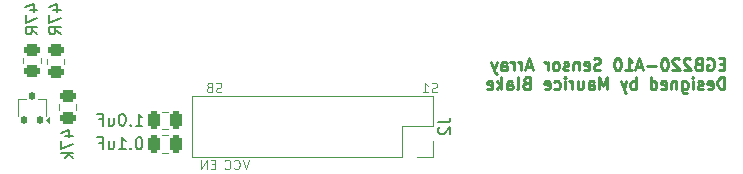
<source format=gbr>
%TF.GenerationSoftware,KiCad,Pcbnew,8.0.7*%
%TF.CreationDate,2025-03-25T18:02:39+10:00*%
%TF.ProjectId,Sensor_array,53656e73-6f72-45f6-9172-7261792e6b69,rev?*%
%TF.SameCoordinates,Original*%
%TF.FileFunction,Legend,Bot*%
%TF.FilePolarity,Positive*%
%FSLAX46Y46*%
G04 Gerber Fmt 4.6, Leading zero omitted, Abs format (unit mm)*
G04 Created by KiCad (PCBNEW 8.0.7) date 2025-03-25 18:02:39*
%MOMM*%
%LPD*%
G01*
G04 APERTURE LIST*
G04 Aperture macros list*
%AMRoundRect*
0 Rectangle with rounded corners*
0 $1 Rounding radius*
0 $2 $3 $4 $5 $6 $7 $8 $9 X,Y pos of 4 corners*
0 Add a 4 corners polygon primitive as box body*
4,1,4,$2,$3,$4,$5,$6,$7,$8,$9,$2,$3,0*
0 Add four circle primitives for the rounded corners*
1,1,$1+$1,$2,$3*
1,1,$1+$1,$4,$5*
1,1,$1+$1,$6,$7*
1,1,$1+$1,$8,$9*
0 Add four rect primitives between the rounded corners*
20,1,$1+$1,$2,$3,$4,$5,0*
20,1,$1+$1,$4,$5,$6,$7,0*
20,1,$1+$1,$6,$7,$8,$9,0*
20,1,$1+$1,$8,$9,$2,$3,0*%
G04 Aperture macros list end*
%ADD10C,0.100000*%
%ADD11C,0.250000*%
%ADD12C,0.150000*%
%ADD13C,0.120000*%
%ADD14C,2.200000*%
%ADD15RoundRect,0.250000X-0.450000X0.262500X-0.450000X-0.262500X0.450000X-0.262500X0.450000X0.262500X0*%
%ADD16RoundRect,0.250000X-0.250000X-0.475000X0.250000X-0.475000X0.250000X0.475000X-0.250000X0.475000X0*%
%ADD17RoundRect,0.112500X0.112500X0.237500X-0.112500X0.237500X-0.112500X-0.237500X0.112500X-0.237500X0*%
%ADD18R,1.700000X1.700000*%
%ADD19O,1.700000X1.700000*%
G04 APERTURE END LIST*
D10*
X134608020Y-96346895D02*
X134341353Y-97146895D01*
X134341353Y-97146895D02*
X134074687Y-96346895D01*
X133350877Y-97070704D02*
X133388973Y-97108800D01*
X133388973Y-97108800D02*
X133503258Y-97146895D01*
X133503258Y-97146895D02*
X133579449Y-97146895D01*
X133579449Y-97146895D02*
X133693735Y-97108800D01*
X133693735Y-97108800D02*
X133769925Y-97032609D01*
X133769925Y-97032609D02*
X133808020Y-96956419D01*
X133808020Y-96956419D02*
X133846116Y-96804038D01*
X133846116Y-96804038D02*
X133846116Y-96689752D01*
X133846116Y-96689752D02*
X133808020Y-96537371D01*
X133808020Y-96537371D02*
X133769925Y-96461180D01*
X133769925Y-96461180D02*
X133693735Y-96384990D01*
X133693735Y-96384990D02*
X133579449Y-96346895D01*
X133579449Y-96346895D02*
X133503258Y-96346895D01*
X133503258Y-96346895D02*
X133388973Y-96384990D01*
X133388973Y-96384990D02*
X133350877Y-96423085D01*
X132550877Y-97070704D02*
X132588973Y-97108800D01*
X132588973Y-97108800D02*
X132703258Y-97146895D01*
X132703258Y-97146895D02*
X132779449Y-97146895D01*
X132779449Y-97146895D02*
X132893735Y-97108800D01*
X132893735Y-97108800D02*
X132969925Y-97032609D01*
X132969925Y-97032609D02*
X133008020Y-96956419D01*
X133008020Y-96956419D02*
X133046116Y-96804038D01*
X133046116Y-96804038D02*
X133046116Y-96689752D01*
X133046116Y-96689752D02*
X133008020Y-96537371D01*
X133008020Y-96537371D02*
X132969925Y-96461180D01*
X132969925Y-96461180D02*
X132893735Y-96384990D01*
X132893735Y-96384990D02*
X132779449Y-96346895D01*
X132779449Y-96346895D02*
X132703258Y-96346895D01*
X132703258Y-96346895D02*
X132588973Y-96384990D01*
X132588973Y-96384990D02*
X132550877Y-96423085D01*
X131743734Y-96727847D02*
X131477068Y-96727847D01*
X131362782Y-97146895D02*
X131743734Y-97146895D01*
X131743734Y-97146895D02*
X131743734Y-96346895D01*
X131743734Y-96346895D02*
X131362782Y-96346895D01*
X131019924Y-97146895D02*
X131019924Y-96346895D01*
X131019924Y-96346895D02*
X130562781Y-97146895D01*
X130562781Y-97146895D02*
X130562781Y-96346895D01*
X132281830Y-90608800D02*
X132167544Y-90646895D01*
X132167544Y-90646895D02*
X131977068Y-90646895D01*
X131977068Y-90646895D02*
X131900877Y-90608800D01*
X131900877Y-90608800D02*
X131862782Y-90570704D01*
X131862782Y-90570704D02*
X131824687Y-90494514D01*
X131824687Y-90494514D02*
X131824687Y-90418323D01*
X131824687Y-90418323D02*
X131862782Y-90342133D01*
X131862782Y-90342133D02*
X131900877Y-90304038D01*
X131900877Y-90304038D02*
X131977068Y-90265942D01*
X131977068Y-90265942D02*
X132129449Y-90227847D01*
X132129449Y-90227847D02*
X132205639Y-90189752D01*
X132205639Y-90189752D02*
X132243734Y-90151657D01*
X132243734Y-90151657D02*
X132281830Y-90075466D01*
X132281830Y-90075466D02*
X132281830Y-89999276D01*
X132281830Y-89999276D02*
X132243734Y-89923085D01*
X132243734Y-89923085D02*
X132205639Y-89884990D01*
X132205639Y-89884990D02*
X132129449Y-89846895D01*
X132129449Y-89846895D02*
X131938972Y-89846895D01*
X131938972Y-89846895D02*
X131824687Y-89884990D01*
X131367544Y-90189752D02*
X131443734Y-90151657D01*
X131443734Y-90151657D02*
X131481829Y-90113561D01*
X131481829Y-90113561D02*
X131519925Y-90037371D01*
X131519925Y-90037371D02*
X131519925Y-89999276D01*
X131519925Y-89999276D02*
X131481829Y-89923085D01*
X131481829Y-89923085D02*
X131443734Y-89884990D01*
X131443734Y-89884990D02*
X131367544Y-89846895D01*
X131367544Y-89846895D02*
X131215163Y-89846895D01*
X131215163Y-89846895D02*
X131138972Y-89884990D01*
X131138972Y-89884990D02*
X131100877Y-89923085D01*
X131100877Y-89923085D02*
X131062782Y-89999276D01*
X131062782Y-89999276D02*
X131062782Y-90037371D01*
X131062782Y-90037371D02*
X131100877Y-90113561D01*
X131100877Y-90113561D02*
X131138972Y-90151657D01*
X131138972Y-90151657D02*
X131215163Y-90189752D01*
X131215163Y-90189752D02*
X131367544Y-90189752D01*
X131367544Y-90189752D02*
X131443734Y-90227847D01*
X131443734Y-90227847D02*
X131481829Y-90265942D01*
X131481829Y-90265942D02*
X131519925Y-90342133D01*
X131519925Y-90342133D02*
X131519925Y-90494514D01*
X131519925Y-90494514D02*
X131481829Y-90570704D01*
X131481829Y-90570704D02*
X131443734Y-90608800D01*
X131443734Y-90608800D02*
X131367544Y-90646895D01*
X131367544Y-90646895D02*
X131215163Y-90646895D01*
X131215163Y-90646895D02*
X131138972Y-90608800D01*
X131138972Y-90608800D02*
X131100877Y-90570704D01*
X131100877Y-90570704D02*
X131062782Y-90494514D01*
X131062782Y-90494514D02*
X131062782Y-90342133D01*
X131062782Y-90342133D02*
X131100877Y-90265942D01*
X131100877Y-90265942D02*
X131138972Y-90227847D01*
X131138972Y-90227847D02*
X131215163Y-90189752D01*
D11*
X174847431Y-88230865D02*
X174514098Y-88230865D01*
X174371241Y-88754675D02*
X174847431Y-88754675D01*
X174847431Y-88754675D02*
X174847431Y-87754675D01*
X174847431Y-87754675D02*
X174371241Y-87754675D01*
X173418860Y-87802294D02*
X173514098Y-87754675D01*
X173514098Y-87754675D02*
X173656955Y-87754675D01*
X173656955Y-87754675D02*
X173799812Y-87802294D01*
X173799812Y-87802294D02*
X173895050Y-87897532D01*
X173895050Y-87897532D02*
X173942669Y-87992770D01*
X173942669Y-87992770D02*
X173990288Y-88183246D01*
X173990288Y-88183246D02*
X173990288Y-88326103D01*
X173990288Y-88326103D02*
X173942669Y-88516579D01*
X173942669Y-88516579D02*
X173895050Y-88611817D01*
X173895050Y-88611817D02*
X173799812Y-88707056D01*
X173799812Y-88707056D02*
X173656955Y-88754675D01*
X173656955Y-88754675D02*
X173561717Y-88754675D01*
X173561717Y-88754675D02*
X173418860Y-88707056D01*
X173418860Y-88707056D02*
X173371241Y-88659436D01*
X173371241Y-88659436D02*
X173371241Y-88326103D01*
X173371241Y-88326103D02*
X173561717Y-88326103D01*
X172609336Y-88230865D02*
X172466479Y-88278484D01*
X172466479Y-88278484D02*
X172418860Y-88326103D01*
X172418860Y-88326103D02*
X172371241Y-88421341D01*
X172371241Y-88421341D02*
X172371241Y-88564198D01*
X172371241Y-88564198D02*
X172418860Y-88659436D01*
X172418860Y-88659436D02*
X172466479Y-88707056D01*
X172466479Y-88707056D02*
X172561717Y-88754675D01*
X172561717Y-88754675D02*
X172942669Y-88754675D01*
X172942669Y-88754675D02*
X172942669Y-87754675D01*
X172942669Y-87754675D02*
X172609336Y-87754675D01*
X172609336Y-87754675D02*
X172514098Y-87802294D01*
X172514098Y-87802294D02*
X172466479Y-87849913D01*
X172466479Y-87849913D02*
X172418860Y-87945151D01*
X172418860Y-87945151D02*
X172418860Y-88040389D01*
X172418860Y-88040389D02*
X172466479Y-88135627D01*
X172466479Y-88135627D02*
X172514098Y-88183246D01*
X172514098Y-88183246D02*
X172609336Y-88230865D01*
X172609336Y-88230865D02*
X172942669Y-88230865D01*
X171990288Y-87849913D02*
X171942669Y-87802294D01*
X171942669Y-87802294D02*
X171847431Y-87754675D01*
X171847431Y-87754675D02*
X171609336Y-87754675D01*
X171609336Y-87754675D02*
X171514098Y-87802294D01*
X171514098Y-87802294D02*
X171466479Y-87849913D01*
X171466479Y-87849913D02*
X171418860Y-87945151D01*
X171418860Y-87945151D02*
X171418860Y-88040389D01*
X171418860Y-88040389D02*
X171466479Y-88183246D01*
X171466479Y-88183246D02*
X172037907Y-88754675D01*
X172037907Y-88754675D02*
X171418860Y-88754675D01*
X171037907Y-87849913D02*
X170990288Y-87802294D01*
X170990288Y-87802294D02*
X170895050Y-87754675D01*
X170895050Y-87754675D02*
X170656955Y-87754675D01*
X170656955Y-87754675D02*
X170561717Y-87802294D01*
X170561717Y-87802294D02*
X170514098Y-87849913D01*
X170514098Y-87849913D02*
X170466479Y-87945151D01*
X170466479Y-87945151D02*
X170466479Y-88040389D01*
X170466479Y-88040389D02*
X170514098Y-88183246D01*
X170514098Y-88183246D02*
X171085526Y-88754675D01*
X171085526Y-88754675D02*
X170466479Y-88754675D01*
X169847431Y-87754675D02*
X169752193Y-87754675D01*
X169752193Y-87754675D02*
X169656955Y-87802294D01*
X169656955Y-87802294D02*
X169609336Y-87849913D01*
X169609336Y-87849913D02*
X169561717Y-87945151D01*
X169561717Y-87945151D02*
X169514098Y-88135627D01*
X169514098Y-88135627D02*
X169514098Y-88373722D01*
X169514098Y-88373722D02*
X169561717Y-88564198D01*
X169561717Y-88564198D02*
X169609336Y-88659436D01*
X169609336Y-88659436D02*
X169656955Y-88707056D01*
X169656955Y-88707056D02*
X169752193Y-88754675D01*
X169752193Y-88754675D02*
X169847431Y-88754675D01*
X169847431Y-88754675D02*
X169942669Y-88707056D01*
X169942669Y-88707056D02*
X169990288Y-88659436D01*
X169990288Y-88659436D02*
X170037907Y-88564198D01*
X170037907Y-88564198D02*
X170085526Y-88373722D01*
X170085526Y-88373722D02*
X170085526Y-88135627D01*
X170085526Y-88135627D02*
X170037907Y-87945151D01*
X170037907Y-87945151D02*
X169990288Y-87849913D01*
X169990288Y-87849913D02*
X169942669Y-87802294D01*
X169942669Y-87802294D02*
X169847431Y-87754675D01*
X169085526Y-88373722D02*
X168323622Y-88373722D01*
X167895050Y-88468960D02*
X167418860Y-88468960D01*
X167990288Y-88754675D02*
X167656955Y-87754675D01*
X167656955Y-87754675D02*
X167323622Y-88754675D01*
X166466479Y-88754675D02*
X167037907Y-88754675D01*
X166752193Y-88754675D02*
X166752193Y-87754675D01*
X166752193Y-87754675D02*
X166847431Y-87897532D01*
X166847431Y-87897532D02*
X166942669Y-87992770D01*
X166942669Y-87992770D02*
X167037907Y-88040389D01*
X165847431Y-87754675D02*
X165752193Y-87754675D01*
X165752193Y-87754675D02*
X165656955Y-87802294D01*
X165656955Y-87802294D02*
X165609336Y-87849913D01*
X165609336Y-87849913D02*
X165561717Y-87945151D01*
X165561717Y-87945151D02*
X165514098Y-88135627D01*
X165514098Y-88135627D02*
X165514098Y-88373722D01*
X165514098Y-88373722D02*
X165561717Y-88564198D01*
X165561717Y-88564198D02*
X165609336Y-88659436D01*
X165609336Y-88659436D02*
X165656955Y-88707056D01*
X165656955Y-88707056D02*
X165752193Y-88754675D01*
X165752193Y-88754675D02*
X165847431Y-88754675D01*
X165847431Y-88754675D02*
X165942669Y-88707056D01*
X165942669Y-88707056D02*
X165990288Y-88659436D01*
X165990288Y-88659436D02*
X166037907Y-88564198D01*
X166037907Y-88564198D02*
X166085526Y-88373722D01*
X166085526Y-88373722D02*
X166085526Y-88135627D01*
X166085526Y-88135627D02*
X166037907Y-87945151D01*
X166037907Y-87945151D02*
X165990288Y-87849913D01*
X165990288Y-87849913D02*
X165942669Y-87802294D01*
X165942669Y-87802294D02*
X165847431Y-87754675D01*
X164371240Y-88707056D02*
X164228383Y-88754675D01*
X164228383Y-88754675D02*
X163990288Y-88754675D01*
X163990288Y-88754675D02*
X163895050Y-88707056D01*
X163895050Y-88707056D02*
X163847431Y-88659436D01*
X163847431Y-88659436D02*
X163799812Y-88564198D01*
X163799812Y-88564198D02*
X163799812Y-88468960D01*
X163799812Y-88468960D02*
X163847431Y-88373722D01*
X163847431Y-88373722D02*
X163895050Y-88326103D01*
X163895050Y-88326103D02*
X163990288Y-88278484D01*
X163990288Y-88278484D02*
X164180764Y-88230865D01*
X164180764Y-88230865D02*
X164276002Y-88183246D01*
X164276002Y-88183246D02*
X164323621Y-88135627D01*
X164323621Y-88135627D02*
X164371240Y-88040389D01*
X164371240Y-88040389D02*
X164371240Y-87945151D01*
X164371240Y-87945151D02*
X164323621Y-87849913D01*
X164323621Y-87849913D02*
X164276002Y-87802294D01*
X164276002Y-87802294D02*
X164180764Y-87754675D01*
X164180764Y-87754675D02*
X163942669Y-87754675D01*
X163942669Y-87754675D02*
X163799812Y-87802294D01*
X162990288Y-88707056D02*
X163085526Y-88754675D01*
X163085526Y-88754675D02*
X163276002Y-88754675D01*
X163276002Y-88754675D02*
X163371240Y-88707056D01*
X163371240Y-88707056D02*
X163418859Y-88611817D01*
X163418859Y-88611817D02*
X163418859Y-88230865D01*
X163418859Y-88230865D02*
X163371240Y-88135627D01*
X163371240Y-88135627D02*
X163276002Y-88088008D01*
X163276002Y-88088008D02*
X163085526Y-88088008D01*
X163085526Y-88088008D02*
X162990288Y-88135627D01*
X162990288Y-88135627D02*
X162942669Y-88230865D01*
X162942669Y-88230865D02*
X162942669Y-88326103D01*
X162942669Y-88326103D02*
X163418859Y-88421341D01*
X162514097Y-88088008D02*
X162514097Y-88754675D01*
X162514097Y-88183246D02*
X162466478Y-88135627D01*
X162466478Y-88135627D02*
X162371240Y-88088008D01*
X162371240Y-88088008D02*
X162228383Y-88088008D01*
X162228383Y-88088008D02*
X162133145Y-88135627D01*
X162133145Y-88135627D02*
X162085526Y-88230865D01*
X162085526Y-88230865D02*
X162085526Y-88754675D01*
X161656954Y-88707056D02*
X161561716Y-88754675D01*
X161561716Y-88754675D02*
X161371240Y-88754675D01*
X161371240Y-88754675D02*
X161276002Y-88707056D01*
X161276002Y-88707056D02*
X161228383Y-88611817D01*
X161228383Y-88611817D02*
X161228383Y-88564198D01*
X161228383Y-88564198D02*
X161276002Y-88468960D01*
X161276002Y-88468960D02*
X161371240Y-88421341D01*
X161371240Y-88421341D02*
X161514097Y-88421341D01*
X161514097Y-88421341D02*
X161609335Y-88373722D01*
X161609335Y-88373722D02*
X161656954Y-88278484D01*
X161656954Y-88278484D02*
X161656954Y-88230865D01*
X161656954Y-88230865D02*
X161609335Y-88135627D01*
X161609335Y-88135627D02*
X161514097Y-88088008D01*
X161514097Y-88088008D02*
X161371240Y-88088008D01*
X161371240Y-88088008D02*
X161276002Y-88135627D01*
X160656954Y-88754675D02*
X160752192Y-88707056D01*
X160752192Y-88707056D02*
X160799811Y-88659436D01*
X160799811Y-88659436D02*
X160847430Y-88564198D01*
X160847430Y-88564198D02*
X160847430Y-88278484D01*
X160847430Y-88278484D02*
X160799811Y-88183246D01*
X160799811Y-88183246D02*
X160752192Y-88135627D01*
X160752192Y-88135627D02*
X160656954Y-88088008D01*
X160656954Y-88088008D02*
X160514097Y-88088008D01*
X160514097Y-88088008D02*
X160418859Y-88135627D01*
X160418859Y-88135627D02*
X160371240Y-88183246D01*
X160371240Y-88183246D02*
X160323621Y-88278484D01*
X160323621Y-88278484D02*
X160323621Y-88564198D01*
X160323621Y-88564198D02*
X160371240Y-88659436D01*
X160371240Y-88659436D02*
X160418859Y-88707056D01*
X160418859Y-88707056D02*
X160514097Y-88754675D01*
X160514097Y-88754675D02*
X160656954Y-88754675D01*
X159895049Y-88754675D02*
X159895049Y-88088008D01*
X159895049Y-88278484D02*
X159847430Y-88183246D01*
X159847430Y-88183246D02*
X159799811Y-88135627D01*
X159799811Y-88135627D02*
X159704573Y-88088008D01*
X159704573Y-88088008D02*
X159609335Y-88088008D01*
X158561715Y-88468960D02*
X158085525Y-88468960D01*
X158656953Y-88754675D02*
X158323620Y-87754675D01*
X158323620Y-87754675D02*
X157990287Y-88754675D01*
X157656953Y-88754675D02*
X157656953Y-88088008D01*
X157656953Y-88278484D02*
X157609334Y-88183246D01*
X157609334Y-88183246D02*
X157561715Y-88135627D01*
X157561715Y-88135627D02*
X157466477Y-88088008D01*
X157466477Y-88088008D02*
X157371239Y-88088008D01*
X157037905Y-88754675D02*
X157037905Y-88088008D01*
X157037905Y-88278484D02*
X156990286Y-88183246D01*
X156990286Y-88183246D02*
X156942667Y-88135627D01*
X156942667Y-88135627D02*
X156847429Y-88088008D01*
X156847429Y-88088008D02*
X156752191Y-88088008D01*
X155990286Y-88754675D02*
X155990286Y-88230865D01*
X155990286Y-88230865D02*
X156037905Y-88135627D01*
X156037905Y-88135627D02*
X156133143Y-88088008D01*
X156133143Y-88088008D02*
X156323619Y-88088008D01*
X156323619Y-88088008D02*
X156418857Y-88135627D01*
X155990286Y-88707056D02*
X156085524Y-88754675D01*
X156085524Y-88754675D02*
X156323619Y-88754675D01*
X156323619Y-88754675D02*
X156418857Y-88707056D01*
X156418857Y-88707056D02*
X156466476Y-88611817D01*
X156466476Y-88611817D02*
X156466476Y-88516579D01*
X156466476Y-88516579D02*
X156418857Y-88421341D01*
X156418857Y-88421341D02*
X156323619Y-88373722D01*
X156323619Y-88373722D02*
X156085524Y-88373722D01*
X156085524Y-88373722D02*
X155990286Y-88326103D01*
X155609333Y-88088008D02*
X155371238Y-88754675D01*
X155133143Y-88088008D02*
X155371238Y-88754675D01*
X155371238Y-88754675D02*
X155466476Y-88992770D01*
X155466476Y-88992770D02*
X155514095Y-89040389D01*
X155514095Y-89040389D02*
X155609333Y-89088008D01*
X174847431Y-90364619D02*
X174847431Y-89364619D01*
X174847431Y-89364619D02*
X174609336Y-89364619D01*
X174609336Y-89364619D02*
X174466479Y-89412238D01*
X174466479Y-89412238D02*
X174371241Y-89507476D01*
X174371241Y-89507476D02*
X174323622Y-89602714D01*
X174323622Y-89602714D02*
X174276003Y-89793190D01*
X174276003Y-89793190D02*
X174276003Y-89936047D01*
X174276003Y-89936047D02*
X174323622Y-90126523D01*
X174323622Y-90126523D02*
X174371241Y-90221761D01*
X174371241Y-90221761D02*
X174466479Y-90317000D01*
X174466479Y-90317000D02*
X174609336Y-90364619D01*
X174609336Y-90364619D02*
X174847431Y-90364619D01*
X173466479Y-90317000D02*
X173561717Y-90364619D01*
X173561717Y-90364619D02*
X173752193Y-90364619D01*
X173752193Y-90364619D02*
X173847431Y-90317000D01*
X173847431Y-90317000D02*
X173895050Y-90221761D01*
X173895050Y-90221761D02*
X173895050Y-89840809D01*
X173895050Y-89840809D02*
X173847431Y-89745571D01*
X173847431Y-89745571D02*
X173752193Y-89697952D01*
X173752193Y-89697952D02*
X173561717Y-89697952D01*
X173561717Y-89697952D02*
X173466479Y-89745571D01*
X173466479Y-89745571D02*
X173418860Y-89840809D01*
X173418860Y-89840809D02*
X173418860Y-89936047D01*
X173418860Y-89936047D02*
X173895050Y-90031285D01*
X173037907Y-90317000D02*
X172942669Y-90364619D01*
X172942669Y-90364619D02*
X172752193Y-90364619D01*
X172752193Y-90364619D02*
X172656955Y-90317000D01*
X172656955Y-90317000D02*
X172609336Y-90221761D01*
X172609336Y-90221761D02*
X172609336Y-90174142D01*
X172609336Y-90174142D02*
X172656955Y-90078904D01*
X172656955Y-90078904D02*
X172752193Y-90031285D01*
X172752193Y-90031285D02*
X172895050Y-90031285D01*
X172895050Y-90031285D02*
X172990288Y-89983666D01*
X172990288Y-89983666D02*
X173037907Y-89888428D01*
X173037907Y-89888428D02*
X173037907Y-89840809D01*
X173037907Y-89840809D02*
X172990288Y-89745571D01*
X172990288Y-89745571D02*
X172895050Y-89697952D01*
X172895050Y-89697952D02*
X172752193Y-89697952D01*
X172752193Y-89697952D02*
X172656955Y-89745571D01*
X172180764Y-90364619D02*
X172180764Y-89697952D01*
X172180764Y-89364619D02*
X172228383Y-89412238D01*
X172228383Y-89412238D02*
X172180764Y-89459857D01*
X172180764Y-89459857D02*
X172133145Y-89412238D01*
X172133145Y-89412238D02*
X172180764Y-89364619D01*
X172180764Y-89364619D02*
X172180764Y-89459857D01*
X171276003Y-89697952D02*
X171276003Y-90507476D01*
X171276003Y-90507476D02*
X171323622Y-90602714D01*
X171323622Y-90602714D02*
X171371241Y-90650333D01*
X171371241Y-90650333D02*
X171466479Y-90697952D01*
X171466479Y-90697952D02*
X171609336Y-90697952D01*
X171609336Y-90697952D02*
X171704574Y-90650333D01*
X171276003Y-90317000D02*
X171371241Y-90364619D01*
X171371241Y-90364619D02*
X171561717Y-90364619D01*
X171561717Y-90364619D02*
X171656955Y-90317000D01*
X171656955Y-90317000D02*
X171704574Y-90269380D01*
X171704574Y-90269380D02*
X171752193Y-90174142D01*
X171752193Y-90174142D02*
X171752193Y-89888428D01*
X171752193Y-89888428D02*
X171704574Y-89793190D01*
X171704574Y-89793190D02*
X171656955Y-89745571D01*
X171656955Y-89745571D02*
X171561717Y-89697952D01*
X171561717Y-89697952D02*
X171371241Y-89697952D01*
X171371241Y-89697952D02*
X171276003Y-89745571D01*
X170799812Y-89697952D02*
X170799812Y-90364619D01*
X170799812Y-89793190D02*
X170752193Y-89745571D01*
X170752193Y-89745571D02*
X170656955Y-89697952D01*
X170656955Y-89697952D02*
X170514098Y-89697952D01*
X170514098Y-89697952D02*
X170418860Y-89745571D01*
X170418860Y-89745571D02*
X170371241Y-89840809D01*
X170371241Y-89840809D02*
X170371241Y-90364619D01*
X169514098Y-90317000D02*
X169609336Y-90364619D01*
X169609336Y-90364619D02*
X169799812Y-90364619D01*
X169799812Y-90364619D02*
X169895050Y-90317000D01*
X169895050Y-90317000D02*
X169942669Y-90221761D01*
X169942669Y-90221761D02*
X169942669Y-89840809D01*
X169942669Y-89840809D02*
X169895050Y-89745571D01*
X169895050Y-89745571D02*
X169799812Y-89697952D01*
X169799812Y-89697952D02*
X169609336Y-89697952D01*
X169609336Y-89697952D02*
X169514098Y-89745571D01*
X169514098Y-89745571D02*
X169466479Y-89840809D01*
X169466479Y-89840809D02*
X169466479Y-89936047D01*
X169466479Y-89936047D02*
X169942669Y-90031285D01*
X168609336Y-90364619D02*
X168609336Y-89364619D01*
X168609336Y-90317000D02*
X168704574Y-90364619D01*
X168704574Y-90364619D02*
X168895050Y-90364619D01*
X168895050Y-90364619D02*
X168990288Y-90317000D01*
X168990288Y-90317000D02*
X169037907Y-90269380D01*
X169037907Y-90269380D02*
X169085526Y-90174142D01*
X169085526Y-90174142D02*
X169085526Y-89888428D01*
X169085526Y-89888428D02*
X169037907Y-89793190D01*
X169037907Y-89793190D02*
X168990288Y-89745571D01*
X168990288Y-89745571D02*
X168895050Y-89697952D01*
X168895050Y-89697952D02*
X168704574Y-89697952D01*
X168704574Y-89697952D02*
X168609336Y-89745571D01*
X167371240Y-90364619D02*
X167371240Y-89364619D01*
X167371240Y-89745571D02*
X167276002Y-89697952D01*
X167276002Y-89697952D02*
X167085526Y-89697952D01*
X167085526Y-89697952D02*
X166990288Y-89745571D01*
X166990288Y-89745571D02*
X166942669Y-89793190D01*
X166942669Y-89793190D02*
X166895050Y-89888428D01*
X166895050Y-89888428D02*
X166895050Y-90174142D01*
X166895050Y-90174142D02*
X166942669Y-90269380D01*
X166942669Y-90269380D02*
X166990288Y-90317000D01*
X166990288Y-90317000D02*
X167085526Y-90364619D01*
X167085526Y-90364619D02*
X167276002Y-90364619D01*
X167276002Y-90364619D02*
X167371240Y-90317000D01*
X166561716Y-89697952D02*
X166323621Y-90364619D01*
X166085526Y-89697952D02*
X166323621Y-90364619D01*
X166323621Y-90364619D02*
X166418859Y-90602714D01*
X166418859Y-90602714D02*
X166466478Y-90650333D01*
X166466478Y-90650333D02*
X166561716Y-90697952D01*
X164942668Y-90364619D02*
X164942668Y-89364619D01*
X164942668Y-89364619D02*
X164609335Y-90078904D01*
X164609335Y-90078904D02*
X164276002Y-89364619D01*
X164276002Y-89364619D02*
X164276002Y-90364619D01*
X163371240Y-90364619D02*
X163371240Y-89840809D01*
X163371240Y-89840809D02*
X163418859Y-89745571D01*
X163418859Y-89745571D02*
X163514097Y-89697952D01*
X163514097Y-89697952D02*
X163704573Y-89697952D01*
X163704573Y-89697952D02*
X163799811Y-89745571D01*
X163371240Y-90317000D02*
X163466478Y-90364619D01*
X163466478Y-90364619D02*
X163704573Y-90364619D01*
X163704573Y-90364619D02*
X163799811Y-90317000D01*
X163799811Y-90317000D02*
X163847430Y-90221761D01*
X163847430Y-90221761D02*
X163847430Y-90126523D01*
X163847430Y-90126523D02*
X163799811Y-90031285D01*
X163799811Y-90031285D02*
X163704573Y-89983666D01*
X163704573Y-89983666D02*
X163466478Y-89983666D01*
X163466478Y-89983666D02*
X163371240Y-89936047D01*
X162466478Y-89697952D02*
X162466478Y-90364619D01*
X162895049Y-89697952D02*
X162895049Y-90221761D01*
X162895049Y-90221761D02*
X162847430Y-90317000D01*
X162847430Y-90317000D02*
X162752192Y-90364619D01*
X162752192Y-90364619D02*
X162609335Y-90364619D01*
X162609335Y-90364619D02*
X162514097Y-90317000D01*
X162514097Y-90317000D02*
X162466478Y-90269380D01*
X161990287Y-90364619D02*
X161990287Y-89697952D01*
X161990287Y-89888428D02*
X161942668Y-89793190D01*
X161942668Y-89793190D02*
X161895049Y-89745571D01*
X161895049Y-89745571D02*
X161799811Y-89697952D01*
X161799811Y-89697952D02*
X161704573Y-89697952D01*
X161371239Y-90364619D02*
X161371239Y-89697952D01*
X161371239Y-89364619D02*
X161418858Y-89412238D01*
X161418858Y-89412238D02*
X161371239Y-89459857D01*
X161371239Y-89459857D02*
X161323620Y-89412238D01*
X161323620Y-89412238D02*
X161371239Y-89364619D01*
X161371239Y-89364619D02*
X161371239Y-89459857D01*
X160466478Y-90317000D02*
X160561716Y-90364619D01*
X160561716Y-90364619D02*
X160752192Y-90364619D01*
X160752192Y-90364619D02*
X160847430Y-90317000D01*
X160847430Y-90317000D02*
X160895049Y-90269380D01*
X160895049Y-90269380D02*
X160942668Y-90174142D01*
X160942668Y-90174142D02*
X160942668Y-89888428D01*
X160942668Y-89888428D02*
X160895049Y-89793190D01*
X160895049Y-89793190D02*
X160847430Y-89745571D01*
X160847430Y-89745571D02*
X160752192Y-89697952D01*
X160752192Y-89697952D02*
X160561716Y-89697952D01*
X160561716Y-89697952D02*
X160466478Y-89745571D01*
X159656954Y-90317000D02*
X159752192Y-90364619D01*
X159752192Y-90364619D02*
X159942668Y-90364619D01*
X159942668Y-90364619D02*
X160037906Y-90317000D01*
X160037906Y-90317000D02*
X160085525Y-90221761D01*
X160085525Y-90221761D02*
X160085525Y-89840809D01*
X160085525Y-89840809D02*
X160037906Y-89745571D01*
X160037906Y-89745571D02*
X159942668Y-89697952D01*
X159942668Y-89697952D02*
X159752192Y-89697952D01*
X159752192Y-89697952D02*
X159656954Y-89745571D01*
X159656954Y-89745571D02*
X159609335Y-89840809D01*
X159609335Y-89840809D02*
X159609335Y-89936047D01*
X159609335Y-89936047D02*
X160085525Y-90031285D01*
X158085525Y-89840809D02*
X157942668Y-89888428D01*
X157942668Y-89888428D02*
X157895049Y-89936047D01*
X157895049Y-89936047D02*
X157847430Y-90031285D01*
X157847430Y-90031285D02*
X157847430Y-90174142D01*
X157847430Y-90174142D02*
X157895049Y-90269380D01*
X157895049Y-90269380D02*
X157942668Y-90317000D01*
X157942668Y-90317000D02*
X158037906Y-90364619D01*
X158037906Y-90364619D02*
X158418858Y-90364619D01*
X158418858Y-90364619D02*
X158418858Y-89364619D01*
X158418858Y-89364619D02*
X158085525Y-89364619D01*
X158085525Y-89364619D02*
X157990287Y-89412238D01*
X157990287Y-89412238D02*
X157942668Y-89459857D01*
X157942668Y-89459857D02*
X157895049Y-89555095D01*
X157895049Y-89555095D02*
X157895049Y-89650333D01*
X157895049Y-89650333D02*
X157942668Y-89745571D01*
X157942668Y-89745571D02*
X157990287Y-89793190D01*
X157990287Y-89793190D02*
X158085525Y-89840809D01*
X158085525Y-89840809D02*
X158418858Y-89840809D01*
X157276001Y-90364619D02*
X157371239Y-90317000D01*
X157371239Y-90317000D02*
X157418858Y-90221761D01*
X157418858Y-90221761D02*
X157418858Y-89364619D01*
X156466477Y-90364619D02*
X156466477Y-89840809D01*
X156466477Y-89840809D02*
X156514096Y-89745571D01*
X156514096Y-89745571D02*
X156609334Y-89697952D01*
X156609334Y-89697952D02*
X156799810Y-89697952D01*
X156799810Y-89697952D02*
X156895048Y-89745571D01*
X156466477Y-90317000D02*
X156561715Y-90364619D01*
X156561715Y-90364619D02*
X156799810Y-90364619D01*
X156799810Y-90364619D02*
X156895048Y-90317000D01*
X156895048Y-90317000D02*
X156942667Y-90221761D01*
X156942667Y-90221761D02*
X156942667Y-90126523D01*
X156942667Y-90126523D02*
X156895048Y-90031285D01*
X156895048Y-90031285D02*
X156799810Y-89983666D01*
X156799810Y-89983666D02*
X156561715Y-89983666D01*
X156561715Y-89983666D02*
X156466477Y-89936047D01*
X155990286Y-90364619D02*
X155990286Y-89364619D01*
X155895048Y-89983666D02*
X155609334Y-90364619D01*
X155609334Y-89697952D02*
X155990286Y-90078904D01*
X154799810Y-90317000D02*
X154895048Y-90364619D01*
X154895048Y-90364619D02*
X155085524Y-90364619D01*
X155085524Y-90364619D02*
X155180762Y-90317000D01*
X155180762Y-90317000D02*
X155228381Y-90221761D01*
X155228381Y-90221761D02*
X155228381Y-89840809D01*
X155228381Y-89840809D02*
X155180762Y-89745571D01*
X155180762Y-89745571D02*
X155085524Y-89697952D01*
X155085524Y-89697952D02*
X154895048Y-89697952D01*
X154895048Y-89697952D02*
X154799810Y-89745571D01*
X154799810Y-89745571D02*
X154752191Y-89840809D01*
X154752191Y-89840809D02*
X154752191Y-89936047D01*
X154752191Y-89936047D02*
X155228381Y-90031285D01*
D10*
X150531830Y-90608800D02*
X150417544Y-90646895D01*
X150417544Y-90646895D02*
X150227068Y-90646895D01*
X150227068Y-90646895D02*
X150150877Y-90608800D01*
X150150877Y-90608800D02*
X150112782Y-90570704D01*
X150112782Y-90570704D02*
X150074687Y-90494514D01*
X150074687Y-90494514D02*
X150074687Y-90418323D01*
X150074687Y-90418323D02*
X150112782Y-90342133D01*
X150112782Y-90342133D02*
X150150877Y-90304038D01*
X150150877Y-90304038D02*
X150227068Y-90265942D01*
X150227068Y-90265942D02*
X150379449Y-90227847D01*
X150379449Y-90227847D02*
X150455639Y-90189752D01*
X150455639Y-90189752D02*
X150493734Y-90151657D01*
X150493734Y-90151657D02*
X150531830Y-90075466D01*
X150531830Y-90075466D02*
X150531830Y-89999276D01*
X150531830Y-89999276D02*
X150493734Y-89923085D01*
X150493734Y-89923085D02*
X150455639Y-89884990D01*
X150455639Y-89884990D02*
X150379449Y-89846895D01*
X150379449Y-89846895D02*
X150188972Y-89846895D01*
X150188972Y-89846895D02*
X150074687Y-89884990D01*
X149312782Y-90646895D02*
X149769925Y-90646895D01*
X149541353Y-90646895D02*
X149541353Y-89846895D01*
X149541353Y-89846895D02*
X149617544Y-89961180D01*
X149617544Y-89961180D02*
X149693734Y-90037371D01*
X149693734Y-90037371D02*
X149769925Y-90075466D01*
D12*
X119038152Y-94309523D02*
X119704819Y-94309523D01*
X118657200Y-94071428D02*
X119371485Y-93833333D01*
X119371485Y-93833333D02*
X119371485Y-94452380D01*
X118704819Y-94738095D02*
X118704819Y-95404761D01*
X118704819Y-95404761D02*
X119704819Y-94976190D01*
X119704819Y-95785714D02*
X118704819Y-95785714D01*
X119323866Y-95880952D02*
X119704819Y-96166666D01*
X119038152Y-96166666D02*
X119419104Y-95785714D01*
X125355356Y-94444819D02*
X125260118Y-94444819D01*
X125260118Y-94444819D02*
X125164880Y-94492438D01*
X125164880Y-94492438D02*
X125117261Y-94540057D01*
X125117261Y-94540057D02*
X125069642Y-94635295D01*
X125069642Y-94635295D02*
X125022023Y-94825771D01*
X125022023Y-94825771D02*
X125022023Y-95063866D01*
X125022023Y-95063866D02*
X125069642Y-95254342D01*
X125069642Y-95254342D02*
X125117261Y-95349580D01*
X125117261Y-95349580D02*
X125164880Y-95397200D01*
X125164880Y-95397200D02*
X125260118Y-95444819D01*
X125260118Y-95444819D02*
X125355356Y-95444819D01*
X125355356Y-95444819D02*
X125450594Y-95397200D01*
X125450594Y-95397200D02*
X125498213Y-95349580D01*
X125498213Y-95349580D02*
X125545832Y-95254342D01*
X125545832Y-95254342D02*
X125593451Y-95063866D01*
X125593451Y-95063866D02*
X125593451Y-94825771D01*
X125593451Y-94825771D02*
X125545832Y-94635295D01*
X125545832Y-94635295D02*
X125498213Y-94540057D01*
X125498213Y-94540057D02*
X125450594Y-94492438D01*
X125450594Y-94492438D02*
X125355356Y-94444819D01*
X124593451Y-95349580D02*
X124545832Y-95397200D01*
X124545832Y-95397200D02*
X124593451Y-95444819D01*
X124593451Y-95444819D02*
X124641070Y-95397200D01*
X124641070Y-95397200D02*
X124593451Y-95349580D01*
X124593451Y-95349580D02*
X124593451Y-95444819D01*
X123593452Y-95444819D02*
X124164880Y-95444819D01*
X123879166Y-95444819D02*
X123879166Y-94444819D01*
X123879166Y-94444819D02*
X123974404Y-94587676D01*
X123974404Y-94587676D02*
X124069642Y-94682914D01*
X124069642Y-94682914D02*
X124164880Y-94730533D01*
X122736309Y-94778152D02*
X122736309Y-95444819D01*
X123164880Y-94778152D02*
X123164880Y-95301961D01*
X123164880Y-95301961D02*
X123117261Y-95397200D01*
X123117261Y-95397200D02*
X123022023Y-95444819D01*
X123022023Y-95444819D02*
X122879166Y-95444819D01*
X122879166Y-95444819D02*
X122783928Y-95397200D01*
X122783928Y-95397200D02*
X122736309Y-95349580D01*
X121926785Y-94921009D02*
X122260118Y-94921009D01*
X122260118Y-95444819D02*
X122260118Y-94444819D01*
X122260118Y-94444819D02*
X121783928Y-94444819D01*
X125022023Y-93454819D02*
X125593451Y-93454819D01*
X125307737Y-93454819D02*
X125307737Y-92454819D01*
X125307737Y-92454819D02*
X125402975Y-92597676D01*
X125402975Y-92597676D02*
X125498213Y-92692914D01*
X125498213Y-92692914D02*
X125593451Y-92740533D01*
X124593451Y-93359580D02*
X124545832Y-93407200D01*
X124545832Y-93407200D02*
X124593451Y-93454819D01*
X124593451Y-93454819D02*
X124641070Y-93407200D01*
X124641070Y-93407200D02*
X124593451Y-93359580D01*
X124593451Y-93359580D02*
X124593451Y-93454819D01*
X123926785Y-92454819D02*
X123831547Y-92454819D01*
X123831547Y-92454819D02*
X123736309Y-92502438D01*
X123736309Y-92502438D02*
X123688690Y-92550057D01*
X123688690Y-92550057D02*
X123641071Y-92645295D01*
X123641071Y-92645295D02*
X123593452Y-92835771D01*
X123593452Y-92835771D02*
X123593452Y-93073866D01*
X123593452Y-93073866D02*
X123641071Y-93264342D01*
X123641071Y-93264342D02*
X123688690Y-93359580D01*
X123688690Y-93359580D02*
X123736309Y-93407200D01*
X123736309Y-93407200D02*
X123831547Y-93454819D01*
X123831547Y-93454819D02*
X123926785Y-93454819D01*
X123926785Y-93454819D02*
X124022023Y-93407200D01*
X124022023Y-93407200D02*
X124069642Y-93359580D01*
X124069642Y-93359580D02*
X124117261Y-93264342D01*
X124117261Y-93264342D02*
X124164880Y-93073866D01*
X124164880Y-93073866D02*
X124164880Y-92835771D01*
X124164880Y-92835771D02*
X124117261Y-92645295D01*
X124117261Y-92645295D02*
X124069642Y-92550057D01*
X124069642Y-92550057D02*
X124022023Y-92502438D01*
X124022023Y-92502438D02*
X123926785Y-92454819D01*
X122736309Y-92788152D02*
X122736309Y-93454819D01*
X123164880Y-92788152D02*
X123164880Y-93311961D01*
X123164880Y-93311961D02*
X123117261Y-93407200D01*
X123117261Y-93407200D02*
X123022023Y-93454819D01*
X123022023Y-93454819D02*
X122879166Y-93454819D01*
X122879166Y-93454819D02*
X122783928Y-93407200D01*
X122783928Y-93407200D02*
X122736309Y-93359580D01*
X121926785Y-92931009D02*
X122260118Y-92931009D01*
X122260118Y-93454819D02*
X122260118Y-92454819D01*
X122260118Y-92454819D02*
X121783928Y-92454819D01*
X118038152Y-83664285D02*
X118704819Y-83664285D01*
X117657200Y-83426190D02*
X118371485Y-83188095D01*
X118371485Y-83188095D02*
X118371485Y-83807142D01*
X117704819Y-84092857D02*
X117704819Y-84759523D01*
X117704819Y-84759523D02*
X118704819Y-84330952D01*
X118704819Y-85711904D02*
X118228628Y-85378571D01*
X118704819Y-85140476D02*
X117704819Y-85140476D01*
X117704819Y-85140476D02*
X117704819Y-85521428D01*
X117704819Y-85521428D02*
X117752438Y-85616666D01*
X117752438Y-85616666D02*
X117800057Y-85664285D01*
X117800057Y-85664285D02*
X117895295Y-85711904D01*
X117895295Y-85711904D02*
X118038152Y-85711904D01*
X118038152Y-85711904D02*
X118133390Y-85664285D01*
X118133390Y-85664285D02*
X118181009Y-85616666D01*
X118181009Y-85616666D02*
X118228628Y-85521428D01*
X118228628Y-85521428D02*
X118228628Y-85140476D01*
X116038152Y-83664285D02*
X116704819Y-83664285D01*
X115657200Y-83426190D02*
X116371485Y-83188095D01*
X116371485Y-83188095D02*
X116371485Y-83807142D01*
X115704819Y-84092857D02*
X115704819Y-84759523D01*
X115704819Y-84759523D02*
X116704819Y-84330952D01*
X116704819Y-85711904D02*
X116228628Y-85378571D01*
X116704819Y-85140476D02*
X115704819Y-85140476D01*
X115704819Y-85140476D02*
X115704819Y-85521428D01*
X115704819Y-85521428D02*
X115752438Y-85616666D01*
X115752438Y-85616666D02*
X115800057Y-85664285D01*
X115800057Y-85664285D02*
X115895295Y-85711904D01*
X115895295Y-85711904D02*
X116038152Y-85711904D01*
X116038152Y-85711904D02*
X116133390Y-85664285D01*
X116133390Y-85664285D02*
X116181009Y-85616666D01*
X116181009Y-85616666D02*
X116228628Y-85521428D01*
X116228628Y-85521428D02*
X116228628Y-85140476D01*
X150654819Y-93171666D02*
X151369104Y-93171666D01*
X151369104Y-93171666D02*
X151511961Y-93124047D01*
X151511961Y-93124047D02*
X151607200Y-93028809D01*
X151607200Y-93028809D02*
X151654819Y-92885952D01*
X151654819Y-92885952D02*
X151654819Y-92790714D01*
X150750057Y-93600238D02*
X150702438Y-93647857D01*
X150702438Y-93647857D02*
X150654819Y-93743095D01*
X150654819Y-93743095D02*
X150654819Y-93981190D01*
X150654819Y-93981190D02*
X150702438Y-94076428D01*
X150702438Y-94076428D02*
X150750057Y-94124047D01*
X150750057Y-94124047D02*
X150845295Y-94171666D01*
X150845295Y-94171666D02*
X150940533Y-94171666D01*
X150940533Y-94171666D02*
X151083390Y-94124047D01*
X151083390Y-94124047D02*
X151654819Y-93552619D01*
X151654819Y-93552619D02*
X151654819Y-94171666D01*
D13*
%TO.C,R5*%
X118515000Y-92089564D02*
X118515000Y-91635436D01*
X119985000Y-92089564D02*
X119985000Y-91635436D01*
%TO.C,C1*%
X127761252Y-94265000D02*
X127238748Y-94265000D01*
X127761252Y-95735000D02*
X127238748Y-95735000D01*
%TO.C,C2*%
X127761252Y-92265000D02*
X127238748Y-92265000D01*
X127761252Y-93735000D02*
X127238748Y-93735000D01*
%TO.C,R15*%
X117515000Y-88227064D02*
X117515000Y-87772936D01*
X118985000Y-88227064D02*
X118985000Y-87772936D01*
%TO.C,R14*%
X115515000Y-88177064D02*
X115515000Y-87722936D01*
X116985000Y-88177064D02*
X116985000Y-87722936D01*
%TO.C,Q1*%
X115090000Y-91220000D02*
X115090000Y-92630000D01*
X115090000Y-91220000D02*
X115750000Y-91220000D01*
X116750000Y-91220000D02*
X117410000Y-91220000D01*
X117410000Y-91220000D02*
X117410000Y-92630000D01*
X117720000Y-93240000D02*
X117390000Y-93000000D01*
X117720000Y-92760000D01*
X117720000Y-93240000D01*
G36*
X117720000Y-93240000D02*
G01*
X117390000Y-93000000D01*
X117720000Y-92760000D01*
X117720000Y-93240000D01*
G37*
%TO.C,J2*%
X129760000Y-90905000D02*
X129760000Y-96105000D01*
X129760000Y-90905000D02*
X150200000Y-90905000D01*
X129760000Y-96105000D02*
X147600000Y-96105000D01*
X147600000Y-93505000D02*
X147600000Y-96105000D01*
X150200000Y-90905000D02*
X150200000Y-93505000D01*
X150200000Y-93505000D02*
X147600000Y-93505000D01*
X150200000Y-94775000D02*
X150200000Y-96105000D01*
X150200000Y-96105000D02*
X148870000Y-96105000D01*
%TD*%
%LPC*%
D14*
%TO.C,H1*%
X177000000Y-95000000D03*
%TD*%
%TO.C,H2*%
X103000000Y-95000000D03*
%TD*%
D15*
%TO.C,R5*%
X119250000Y-90950000D03*
X119250000Y-92775000D03*
%TD*%
D16*
%TO.C,C1*%
X126550000Y-95000000D03*
X128450000Y-95000000D03*
%TD*%
%TO.C,C2*%
X126550000Y-93000000D03*
X128450000Y-93000000D03*
%TD*%
D15*
%TO.C,R15*%
X118250000Y-87087500D03*
X118250000Y-88912500D03*
%TD*%
%TO.C,R14*%
X116250000Y-87037500D03*
X116250000Y-88862500D03*
%TD*%
D17*
%TO.C,Q1*%
X116900000Y-92950000D03*
X115600000Y-92950000D03*
X116250000Y-90950000D03*
%TD*%
D18*
%TO.C,J2*%
X148870000Y-94775000D03*
D19*
X148870000Y-92235000D03*
X146330000Y-94775000D03*
X146330000Y-92235000D03*
X143790000Y-94775000D03*
X143790000Y-92235000D03*
X141250000Y-94775000D03*
X141250000Y-92235000D03*
X138710000Y-94775000D03*
X138710000Y-92235000D03*
X136170000Y-94775000D03*
X136170000Y-92235000D03*
X133630000Y-94775000D03*
X133630000Y-92235000D03*
X131090000Y-94775000D03*
X131090000Y-92235000D03*
%TD*%
%LPD*%
M02*

</source>
